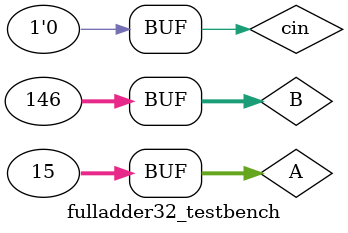
<source format=sv>


//Inputs: Two 32-bits A, B (inputs to be added), one 1-bit cin (carry-in value).
//Outputs: One 32-bit sum (sum), one 1-bit cout (carry-out value).
module fulladder32 (A, B, cin, sum, cout);

	input logic [31:0] A;
	input logic [31:0] B;
	input logic cin;
	
	output logic [31:0] sum;
	output logic cout;
	
	logic c0, c1, c2, c3, c4, c5, c6, c7, c8, c9, c10, c11, c12, c13, c14, c15, c16, c17, c18, c19, c20, c21, c22, c23, c24, c25, c26, c27, c28, c29, c30;
	
	//Chains together 32 instantiations of a 1-bit adder.
	fulladder FA0(.A(A[0]), .B(B[0]), .cin(cin), .sum(sum[0]), .cout(c0));
	fulladder FA1(.A(A[1]), .B(B[1]), .cin(c0), .sum(sum[1]), .cout(c1));
	fulladder FA2(.A(A[2]), .B(B[2]), .cin(c1), .sum(sum[2]), .cout(c2));
	fulladder FA3(.A(A[3]), .B(B[3]), .cin(c2), .sum(sum[3]), .cout(c3));
	fulladder FA4(.A(A[4]), .B(B[4]), .cin(c3), .sum(sum[4]), .cout(c4));
	fulladder FA5(.A(A[5]), .B(B[5]), .cin(c4), .sum(sum[5]), .cout(c5));
	fulladder FA6(.A(A[6]), .B(B[6]), .cin(c5), .sum(sum[6]), .cout(c6));
	fulladder FA7(.A(A[7]), .B(B[7]), .cin(c6), .sum(sum[7]), .cout(c7));
	fulladder FA8(.A(A[8]), .B(B[8]), .cin(c7), .sum(sum[8]), .cout(c8));
	fulladder FA9(.A(A[9]), .B(B[9]), .cin(c8), .sum(sum[9]), .cout(c9));
	fulladder FA10(.A(A[10]), .B(B[10]), .cin(c9), .sum(sum[10]), .cout(c10));
	fulladder FA11(.A(A[11]), .B(B[11]), .cin(c10), .sum(sum[11]), .cout(c11));
	fulladder FA12(.A(A[12]), .B(B[12]), .cin(c11), .sum(sum[12]), .cout(c12));
	fulladder FA13(.A(A[13]), .B(B[13]), .cin(c12), .sum(sum[13]), .cout(c13));
	fulladder FA14(.A(A[14]), .B(B[14]), .cin(c13), .sum(sum[14]), .cout(c14));
	fulladder FA15(.A(A[15]), .B(B[15]), .cin(c14), .sum(sum[15]), .cout(c15));
	fulladder FA16(.A(A[16]), .B(B[16]), .cin(c15), .sum(sum[16]), .cout(c16));
	fulladder FA17(.A(A[17]), .B(B[17]), .cin(c16), .sum(sum[17]), .cout(c17));
	fulladder FA18(.A(A[18]), .B(B[18]), .cin(c17), .sum(sum[18]), .cout(c18));
	fulladder FA19(.A(A[19]), .B(B[19]), .cin(c18), .sum(sum[19]), .cout(c19));
	fulladder FA20(.A(A[20]), .B(B[20]), .cin(c19), .sum(sum[20]), .cout(c20));
	fulladder FA21(.A(A[21]), .B(B[21]), .cin(c20), .sum(sum[21]), .cout(c21));
	fulladder FA22(.A(A[22]), .B(B[22]), .cin(c21), .sum(sum[22]), .cout(c22));
	fulladder FA23(.A(A[23]), .B(B[23]), .cin(c22), .sum(sum[23]), .cout(c23));
	fulladder FA24(.A(A[24]), .B(B[24]), .cin(c23), .sum(sum[24]), .cout(c24));
	fulladder FA25(.A(A[25]), .B(B[25]), .cin(c24), .sum(sum[25]), .cout(c25));
	fulladder FA26(.A(A[26]), .B(B[26]), .cin(c25), .sum(sum[26]), .cout(c26));
	fulladder FA27(.A(A[27]), .B(B[27]), .cin(c26), .sum(sum[27]), .cout(c27));
	fulladder FA28(.A(A[28]), .B(B[28]), .cin(c27), .sum(sum[28]), .cout(c28));
	fulladder FA29(.A(A[29]), .B(B[29]), .cin(c28), .sum(sum[29]), .cout(c29));
	fulladder FA30(.A(A[30]), .B(B[30]), .cin(c29), .sum(sum[30]), .cout(c30));
	fulladder FA31(.A(A[31]), .B(B[31]), .cin(c30), .sum(sum[31]), .cout(cout));
	
endmodule

//Tests fulladder32.
module fulladder32_testbench();
	
	logic [31:0] A, B, sum;
	logic cin, cout;
	
	fulladder32 dut (A, B, cin, sum, cout);
	
	
	integer i;
	initial begin
	

		 A = 32'd15; B = 32'd16; cin = 1'b0; #10;
		 A = 32'd15; B = 32'd16; cin = 1'b1; #10;
		 A = 32'd15; B = 32'd163; cin = 1'b0; #10;
		 A = 32'd15; B = 32'd216; cin = 1'b0; #10;
		 A = 32'd15; B = 32'd146; cin = 1'b0; #10;

	end //initial
	
endmodule
</source>
